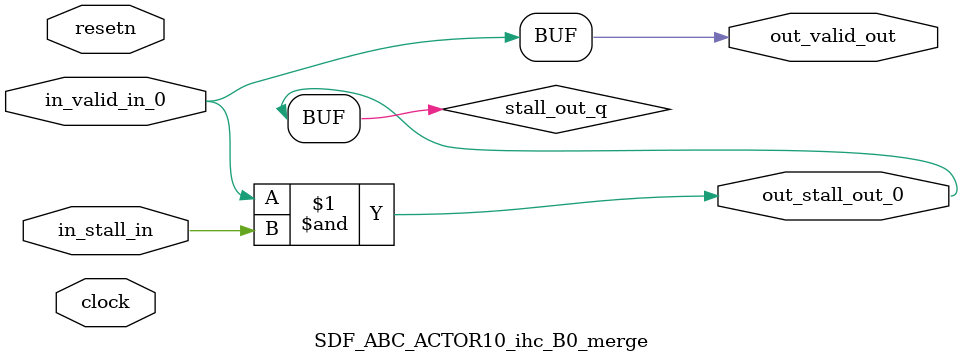
<source format=sv>



(* altera_attribute = "-name AUTO_SHIFT_REGISTER_RECOGNITION OFF; -name MESSAGE_DISABLE 10036; -name MESSAGE_DISABLE 10037; -name MESSAGE_DISABLE 14130; -name MESSAGE_DISABLE 14320; -name MESSAGE_DISABLE 15400; -name MESSAGE_DISABLE 14130; -name MESSAGE_DISABLE 10036; -name MESSAGE_DISABLE 12020; -name MESSAGE_DISABLE 12030; -name MESSAGE_DISABLE 12010; -name MESSAGE_DISABLE 12110; -name MESSAGE_DISABLE 14320; -name MESSAGE_DISABLE 13410; -name MESSAGE_DISABLE 113007; -name MESSAGE_DISABLE 10958" *)
module SDF_ABC_ACTOR10_ihc_B0_merge (
    input wire [0:0] in_stall_in,
    input wire [0:0] in_valid_in_0,
    output wire [0:0] out_stall_out_0,
    output wire [0:0] out_valid_out,
    input wire clock,
    input wire resetn
    );

    wire [0:0] stall_out_q;


    // stall_out(LOGICAL,6)
    assign stall_out_q = in_valid_in_0 & in_stall_in;

    // out_stall_out_0(GPOUT,4)
    assign out_stall_out_0 = stall_out_q;

    // out_valid_out(GPOUT,5)
    assign out_valid_out = in_valid_in_0;

endmodule

</source>
